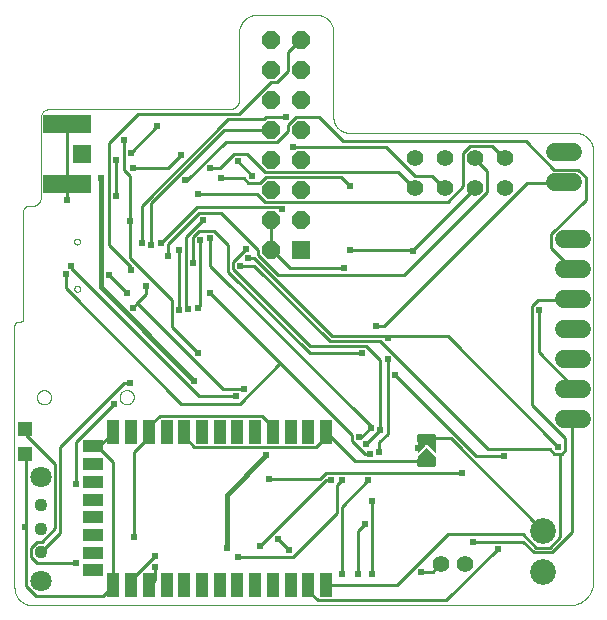
<source format=gbl>
G75*
%MOIN*%
%OFA0B0*%
%FSLAX25Y25*%
%IPPOS*%
%LPD*%
%AMOC8*
5,1,8,0,0,1.08239X$1,22.5*
%
%ADD10C,0.00000*%
%ADD11C,0.04362*%
%ADD12C,0.07087*%
%ADD13R,0.16000X0.06000*%
%ADD14R,0.06000X0.06000*%
%ADD15OC8,0.06000*%
%ADD16C,0.05600*%
%ADD17C,0.08600*%
%ADD18C,0.06000*%
%ADD19R,0.03937X0.07874*%
%ADD20R,0.07087X0.03937*%
%ADD21R,0.04724X0.04724*%
%ADD22C,0.01500*%
%ADD23C,0.00200*%
%ADD24C,0.01000*%
%ADD25C,0.02400*%
D10*
X0011250Y0006926D02*
X0011250Y0094284D01*
X0011252Y0094353D01*
X0011258Y0094422D01*
X0011267Y0094491D01*
X0011281Y0094559D01*
X0011298Y0094626D01*
X0011319Y0094692D01*
X0011344Y0094757D01*
X0011372Y0094820D01*
X0011404Y0094882D01*
X0011439Y0094942D01*
X0011478Y0094999D01*
X0011520Y0095055D01*
X0011564Y0095108D01*
X0011612Y0095158D01*
X0011662Y0095206D01*
X0011715Y0095250D01*
X0011771Y0095292D01*
X0011828Y0095331D01*
X0011888Y0095366D01*
X0011950Y0095398D01*
X0012013Y0095426D01*
X0012078Y0095451D01*
X0012144Y0095472D01*
X0012211Y0095489D01*
X0012279Y0095503D01*
X0012348Y0095512D01*
X0012417Y0095518D01*
X0012486Y0095520D01*
X0013194Y0095520D01*
X0013252Y0095522D01*
X0013310Y0095528D01*
X0013368Y0095537D01*
X0013425Y0095550D01*
X0013480Y0095567D01*
X0013535Y0095588D01*
X0013588Y0095612D01*
X0013640Y0095639D01*
X0013689Y0095670D01*
X0013736Y0095704D01*
X0013781Y0095741D01*
X0013824Y0095781D01*
X0013864Y0095824D01*
X0013901Y0095869D01*
X0013935Y0095916D01*
X0013966Y0095966D01*
X0013993Y0096017D01*
X0014017Y0096070D01*
X0014038Y0096125D01*
X0014055Y0096180D01*
X0014068Y0096237D01*
X0014077Y0096295D01*
X0014083Y0096353D01*
X0014085Y0096411D01*
X0014085Y0132185D01*
X0014087Y0132271D01*
X0014093Y0132357D01*
X0014102Y0132442D01*
X0014116Y0132527D01*
X0014133Y0132612D01*
X0014154Y0132695D01*
X0014179Y0132777D01*
X0014207Y0132859D01*
X0014239Y0132938D01*
X0014275Y0133017D01*
X0014314Y0133093D01*
X0014356Y0133168D01*
X0014402Y0133241D01*
X0014451Y0133312D01*
X0014503Y0133380D01*
X0014558Y0133446D01*
X0014616Y0133510D01*
X0014677Y0133571D01*
X0014741Y0133629D01*
X0014807Y0133684D01*
X0014875Y0133736D01*
X0014946Y0133785D01*
X0015019Y0133831D01*
X0015094Y0133873D01*
X0015170Y0133912D01*
X0015249Y0133948D01*
X0015328Y0133980D01*
X0015410Y0134008D01*
X0015492Y0134033D01*
X0015575Y0134054D01*
X0015660Y0134071D01*
X0015745Y0134085D01*
X0015830Y0134094D01*
X0015916Y0134100D01*
X0016002Y0134102D01*
X0016956Y0134102D01*
X0017066Y0134104D01*
X0017176Y0134110D01*
X0017285Y0134119D01*
X0017395Y0134133D01*
X0017503Y0134150D01*
X0017611Y0134171D01*
X0017719Y0134196D01*
X0017825Y0134224D01*
X0017930Y0134256D01*
X0018034Y0134292D01*
X0018137Y0134332D01*
X0018238Y0134375D01*
X0018338Y0134421D01*
X0018436Y0134471D01*
X0018532Y0134524D01*
X0018626Y0134581D01*
X0018719Y0134641D01*
X0018809Y0134704D01*
X0018897Y0134770D01*
X0018982Y0134839D01*
X0019065Y0134912D01*
X0019146Y0134987D01*
X0019223Y0135064D01*
X0019298Y0135145D01*
X0019371Y0135228D01*
X0019440Y0135313D01*
X0019506Y0135401D01*
X0019569Y0135491D01*
X0019629Y0135584D01*
X0019686Y0135678D01*
X0019739Y0135774D01*
X0019789Y0135872D01*
X0019835Y0135972D01*
X0019878Y0136073D01*
X0019918Y0136176D01*
X0019954Y0136280D01*
X0019986Y0136385D01*
X0020014Y0136491D01*
X0020039Y0136599D01*
X0020060Y0136707D01*
X0020077Y0136815D01*
X0020091Y0136925D01*
X0020100Y0137034D01*
X0020106Y0137144D01*
X0020108Y0137254D01*
X0020108Y0163755D01*
X0020110Y0163856D01*
X0020116Y0163957D01*
X0020126Y0164057D01*
X0020139Y0164157D01*
X0020157Y0164256D01*
X0020178Y0164355D01*
X0020203Y0164453D01*
X0020231Y0164549D01*
X0020264Y0164645D01*
X0020300Y0164739D01*
X0020339Y0164832D01*
X0020382Y0164923D01*
X0020429Y0165012D01*
X0020479Y0165100D01*
X0020532Y0165186D01*
X0020588Y0165269D01*
X0020648Y0165351D01*
X0020711Y0165429D01*
X0020776Y0165506D01*
X0020845Y0165580D01*
X0020916Y0165651D01*
X0020990Y0165720D01*
X0021067Y0165785D01*
X0021146Y0165848D01*
X0021227Y0165907D01*
X0021311Y0165964D01*
X0021397Y0166017D01*
X0021484Y0166067D01*
X0021574Y0166113D01*
X0021665Y0166156D01*
X0021758Y0166196D01*
X0021852Y0166231D01*
X0021948Y0166264D01*
X0022044Y0166292D01*
X0022142Y0166317D01*
X0022241Y0166338D01*
X0022340Y0166355D01*
X0022440Y0166369D01*
X0022540Y0166378D01*
X0022641Y0166384D01*
X0022742Y0166386D01*
X0082985Y0166386D01*
X0083095Y0166388D01*
X0083204Y0166394D01*
X0083313Y0166404D01*
X0083422Y0166417D01*
X0083530Y0166435D01*
X0083637Y0166456D01*
X0083744Y0166481D01*
X0083849Y0166510D01*
X0083954Y0166543D01*
X0084057Y0166579D01*
X0084159Y0166620D01*
X0084259Y0166663D01*
X0084358Y0166711D01*
X0084455Y0166761D01*
X0084551Y0166815D01*
X0084644Y0166873D01*
X0084735Y0166934D01*
X0084824Y0166998D01*
X0084910Y0167065D01*
X0084994Y0167135D01*
X0085076Y0167209D01*
X0085154Y0167285D01*
X0085230Y0167363D01*
X0085304Y0167445D01*
X0085374Y0167529D01*
X0085441Y0167615D01*
X0085505Y0167704D01*
X0085566Y0167795D01*
X0085624Y0167888D01*
X0085678Y0167984D01*
X0085728Y0168081D01*
X0085776Y0168180D01*
X0085819Y0168280D01*
X0085860Y0168382D01*
X0085896Y0168485D01*
X0085929Y0168590D01*
X0085958Y0168695D01*
X0085983Y0168802D01*
X0086004Y0168909D01*
X0086022Y0169017D01*
X0086035Y0169126D01*
X0086045Y0169235D01*
X0086051Y0169344D01*
X0086053Y0169454D01*
X0086053Y0191669D01*
X0086055Y0191824D01*
X0086061Y0191979D01*
X0086070Y0192133D01*
X0086084Y0192288D01*
X0086101Y0192442D01*
X0086122Y0192595D01*
X0086147Y0192748D01*
X0086176Y0192900D01*
X0086209Y0193052D01*
X0086245Y0193202D01*
X0086285Y0193352D01*
X0086329Y0193500D01*
X0086377Y0193648D01*
X0086428Y0193794D01*
X0086482Y0193939D01*
X0086541Y0194082D01*
X0086603Y0194224D01*
X0086668Y0194365D01*
X0086737Y0194503D01*
X0086810Y0194640D01*
X0086885Y0194775D01*
X0086965Y0194909D01*
X0087047Y0195040D01*
X0087133Y0195169D01*
X0087221Y0195296D01*
X0087313Y0195420D01*
X0087408Y0195543D01*
X0087507Y0195663D01*
X0087608Y0195780D01*
X0087712Y0195895D01*
X0087818Y0196007D01*
X0087928Y0196117D01*
X0088040Y0196223D01*
X0088155Y0196327D01*
X0088272Y0196428D01*
X0088392Y0196527D01*
X0088515Y0196622D01*
X0088639Y0196714D01*
X0088766Y0196802D01*
X0088895Y0196888D01*
X0089026Y0196970D01*
X0089159Y0197050D01*
X0089295Y0197125D01*
X0089432Y0197198D01*
X0089570Y0197267D01*
X0089711Y0197332D01*
X0089853Y0197394D01*
X0089996Y0197453D01*
X0090141Y0197507D01*
X0090287Y0197558D01*
X0090435Y0197606D01*
X0090583Y0197650D01*
X0090733Y0197690D01*
X0090883Y0197726D01*
X0091035Y0197759D01*
X0091187Y0197788D01*
X0091340Y0197813D01*
X0091493Y0197834D01*
X0091647Y0197851D01*
X0091802Y0197865D01*
X0091956Y0197874D01*
X0092111Y0197880D01*
X0092266Y0197882D01*
X0111769Y0197882D01*
X0111920Y0197880D01*
X0112072Y0197874D01*
X0112222Y0197864D01*
X0112373Y0197850D01*
X0112523Y0197833D01*
X0112673Y0197811D01*
X0112822Y0197785D01*
X0112971Y0197756D01*
X0113118Y0197722D01*
X0113265Y0197685D01*
X0113411Y0197644D01*
X0113555Y0197599D01*
X0113698Y0197550D01*
X0113840Y0197498D01*
X0113981Y0197442D01*
X0114120Y0197382D01*
X0114257Y0197319D01*
X0114393Y0197252D01*
X0114527Y0197182D01*
X0114659Y0197108D01*
X0114789Y0197030D01*
X0114917Y0196950D01*
X0115043Y0196865D01*
X0115166Y0196778D01*
X0115288Y0196688D01*
X0115406Y0196594D01*
X0115523Y0196497D01*
X0115637Y0196397D01*
X0115748Y0196295D01*
X0115856Y0196189D01*
X0115962Y0196081D01*
X0116064Y0195970D01*
X0116164Y0195856D01*
X0116261Y0195739D01*
X0116355Y0195621D01*
X0116445Y0195499D01*
X0116532Y0195376D01*
X0116617Y0195250D01*
X0116697Y0195122D01*
X0116775Y0194992D01*
X0116849Y0194860D01*
X0116919Y0194726D01*
X0116986Y0194590D01*
X0117049Y0194453D01*
X0117109Y0194314D01*
X0117165Y0194173D01*
X0117217Y0194031D01*
X0117266Y0193888D01*
X0117311Y0193744D01*
X0117352Y0193598D01*
X0117389Y0193451D01*
X0117423Y0193304D01*
X0117452Y0193155D01*
X0117478Y0193006D01*
X0117500Y0192856D01*
X0117517Y0192706D01*
X0117531Y0192555D01*
X0117541Y0192405D01*
X0117547Y0192253D01*
X0117549Y0192102D01*
X0117549Y0163780D01*
X0117551Y0163637D01*
X0117557Y0163495D01*
X0117566Y0163352D01*
X0117580Y0163210D01*
X0117597Y0163069D01*
X0117618Y0162928D01*
X0117643Y0162787D01*
X0117672Y0162647D01*
X0117705Y0162508D01*
X0117741Y0162370D01*
X0117781Y0162233D01*
X0117825Y0162098D01*
X0117872Y0161963D01*
X0117923Y0161830D01*
X0117978Y0161698D01*
X0118036Y0161568D01*
X0118098Y0161439D01*
X0118163Y0161312D01*
X0118231Y0161187D01*
X0118303Y0161064D01*
X0118378Y0160942D01*
X0118457Y0160823D01*
X0118539Y0160706D01*
X0118623Y0160591D01*
X0118711Y0160479D01*
X0118802Y0160369D01*
X0118896Y0160261D01*
X0118993Y0160157D01*
X0119092Y0160054D01*
X0119195Y0159955D01*
X0119299Y0159858D01*
X0119407Y0159764D01*
X0119517Y0159673D01*
X0119629Y0159585D01*
X0119744Y0159501D01*
X0119861Y0159419D01*
X0119980Y0159340D01*
X0120102Y0159265D01*
X0120225Y0159193D01*
X0120350Y0159125D01*
X0120477Y0159060D01*
X0120606Y0158998D01*
X0120736Y0158940D01*
X0120868Y0158885D01*
X0121001Y0158834D01*
X0121136Y0158787D01*
X0121271Y0158743D01*
X0121408Y0158703D01*
X0121546Y0158667D01*
X0121685Y0158634D01*
X0121825Y0158605D01*
X0121966Y0158580D01*
X0122107Y0158559D01*
X0122248Y0158542D01*
X0122390Y0158528D01*
X0122533Y0158519D01*
X0122675Y0158513D01*
X0122818Y0158511D01*
X0122818Y0158512D02*
X0198035Y0158512D01*
X0198190Y0158510D01*
X0198345Y0158504D01*
X0198500Y0158494D01*
X0198655Y0158481D01*
X0198809Y0158463D01*
X0198963Y0158441D01*
X0199116Y0158416D01*
X0199269Y0158387D01*
X0199420Y0158353D01*
X0199571Y0158316D01*
X0199721Y0158276D01*
X0199870Y0158231D01*
X0200017Y0158183D01*
X0200164Y0158130D01*
X0200309Y0158075D01*
X0200452Y0158015D01*
X0200594Y0157952D01*
X0200734Y0157886D01*
X0200873Y0157816D01*
X0201009Y0157742D01*
X0201144Y0157665D01*
X0201277Y0157584D01*
X0201408Y0157501D01*
X0201536Y0157413D01*
X0201663Y0157323D01*
X0201787Y0157230D01*
X0201908Y0157133D01*
X0202027Y0157033D01*
X0202144Y0156931D01*
X0202258Y0156825D01*
X0202369Y0156717D01*
X0202477Y0156606D01*
X0202583Y0156492D01*
X0202685Y0156375D01*
X0202785Y0156256D01*
X0202882Y0156135D01*
X0202975Y0156011D01*
X0203065Y0155884D01*
X0203153Y0155756D01*
X0203236Y0155625D01*
X0203317Y0155492D01*
X0203394Y0155357D01*
X0203468Y0155221D01*
X0203538Y0155082D01*
X0203604Y0154942D01*
X0203667Y0154800D01*
X0203727Y0154657D01*
X0203782Y0154512D01*
X0203835Y0154365D01*
X0203883Y0154218D01*
X0203928Y0154069D01*
X0203968Y0153919D01*
X0204005Y0153768D01*
X0204039Y0153617D01*
X0204068Y0153464D01*
X0204093Y0153311D01*
X0204115Y0153157D01*
X0204133Y0153003D01*
X0204146Y0152848D01*
X0204156Y0152693D01*
X0204162Y0152538D01*
X0204164Y0152383D01*
X0204163Y0152383D02*
X0204163Y0008939D01*
X0204161Y0008748D01*
X0204154Y0008557D01*
X0204142Y0008366D01*
X0204126Y0008176D01*
X0204105Y0007986D01*
X0204080Y0007797D01*
X0204050Y0007608D01*
X0204016Y0007420D01*
X0203977Y0007233D01*
X0203933Y0007047D01*
X0203885Y0006862D01*
X0203833Y0006678D01*
X0203776Y0006496D01*
X0203715Y0006315D01*
X0203649Y0006135D01*
X0203579Y0005957D01*
X0203505Y0005781D01*
X0203427Y0005607D01*
X0203344Y0005435D01*
X0203257Y0005264D01*
X0203166Y0005096D01*
X0203072Y0004930D01*
X0202973Y0004767D01*
X0202870Y0004606D01*
X0202763Y0004447D01*
X0202653Y0004291D01*
X0202539Y0004138D01*
X0202421Y0003988D01*
X0202299Y0003840D01*
X0202174Y0003696D01*
X0202046Y0003554D01*
X0201914Y0003416D01*
X0201779Y0003281D01*
X0201641Y0003149D01*
X0201499Y0003021D01*
X0201355Y0002896D01*
X0201207Y0002774D01*
X0201057Y0002656D01*
X0200904Y0002542D01*
X0200748Y0002432D01*
X0200589Y0002325D01*
X0200428Y0002222D01*
X0200265Y0002123D01*
X0200099Y0002029D01*
X0199931Y0001938D01*
X0199760Y0001851D01*
X0199588Y0001768D01*
X0199414Y0001690D01*
X0199238Y0001616D01*
X0199060Y0001546D01*
X0198880Y0001480D01*
X0198699Y0001419D01*
X0198517Y0001362D01*
X0198333Y0001310D01*
X0198148Y0001262D01*
X0197962Y0001218D01*
X0197775Y0001179D01*
X0197587Y0001145D01*
X0197398Y0001115D01*
X0197209Y0001090D01*
X0197019Y0001069D01*
X0196829Y0001053D01*
X0196638Y0001041D01*
X0196447Y0001034D01*
X0196256Y0001032D01*
X0196256Y0001031D02*
X0017145Y0001031D01*
X0016993Y0001033D01*
X0016842Y0001039D01*
X0016690Y0001049D01*
X0016539Y0001062D01*
X0016388Y0001080D01*
X0016238Y0001101D01*
X0016088Y0001127D01*
X0015939Y0001156D01*
X0015791Y0001189D01*
X0015644Y0001225D01*
X0015497Y0001266D01*
X0015352Y0001310D01*
X0015208Y0001358D01*
X0015066Y0001410D01*
X0014924Y0001465D01*
X0014784Y0001524D01*
X0014646Y0001587D01*
X0014509Y0001653D01*
X0014374Y0001723D01*
X0014241Y0001796D01*
X0014110Y0001872D01*
X0013981Y0001952D01*
X0013854Y0002035D01*
X0013729Y0002121D01*
X0013607Y0002211D01*
X0013487Y0002304D01*
X0013369Y0002399D01*
X0013253Y0002498D01*
X0013141Y0002600D01*
X0013031Y0002704D01*
X0012923Y0002812D01*
X0012819Y0002922D01*
X0012717Y0003034D01*
X0012618Y0003150D01*
X0012523Y0003268D01*
X0012430Y0003388D01*
X0012340Y0003510D01*
X0012254Y0003635D01*
X0012171Y0003762D01*
X0012091Y0003891D01*
X0012015Y0004022D01*
X0011942Y0004155D01*
X0011872Y0004290D01*
X0011806Y0004427D01*
X0011743Y0004565D01*
X0011684Y0004705D01*
X0011629Y0004847D01*
X0011577Y0004989D01*
X0011529Y0005133D01*
X0011485Y0005278D01*
X0011444Y0005425D01*
X0011408Y0005572D01*
X0011375Y0005720D01*
X0011346Y0005869D01*
X0011320Y0006019D01*
X0011299Y0006169D01*
X0011281Y0006320D01*
X0011268Y0006471D01*
X0011258Y0006623D01*
X0011252Y0006774D01*
X0011250Y0006926D01*
X0018731Y0070362D02*
X0018733Y0070459D01*
X0018739Y0070556D01*
X0018749Y0070652D01*
X0018763Y0070748D01*
X0018781Y0070844D01*
X0018802Y0070938D01*
X0018828Y0071032D01*
X0018857Y0071124D01*
X0018891Y0071215D01*
X0018927Y0071305D01*
X0018968Y0071393D01*
X0019012Y0071479D01*
X0019060Y0071564D01*
X0019111Y0071646D01*
X0019165Y0071727D01*
X0019223Y0071805D01*
X0019284Y0071880D01*
X0019347Y0071953D01*
X0019414Y0072024D01*
X0019484Y0072091D01*
X0019556Y0072156D01*
X0019631Y0072217D01*
X0019709Y0072276D01*
X0019788Y0072331D01*
X0019870Y0072383D01*
X0019954Y0072431D01*
X0020040Y0072476D01*
X0020128Y0072518D01*
X0020217Y0072556D01*
X0020308Y0072590D01*
X0020400Y0072620D01*
X0020493Y0072647D01*
X0020588Y0072669D01*
X0020683Y0072688D01*
X0020779Y0072703D01*
X0020875Y0072714D01*
X0020972Y0072721D01*
X0021069Y0072724D01*
X0021166Y0072723D01*
X0021263Y0072718D01*
X0021359Y0072709D01*
X0021455Y0072696D01*
X0021551Y0072679D01*
X0021646Y0072658D01*
X0021739Y0072634D01*
X0021832Y0072605D01*
X0021924Y0072573D01*
X0022014Y0072537D01*
X0022102Y0072498D01*
X0022189Y0072454D01*
X0022274Y0072408D01*
X0022357Y0072357D01*
X0022438Y0072304D01*
X0022516Y0072247D01*
X0022593Y0072187D01*
X0022666Y0072124D01*
X0022737Y0072058D01*
X0022805Y0071989D01*
X0022871Y0071917D01*
X0022933Y0071843D01*
X0022992Y0071766D01*
X0023048Y0071687D01*
X0023101Y0071605D01*
X0023151Y0071522D01*
X0023196Y0071436D01*
X0023239Y0071349D01*
X0023278Y0071260D01*
X0023313Y0071170D01*
X0023344Y0071078D01*
X0023371Y0070985D01*
X0023395Y0070891D01*
X0023415Y0070796D01*
X0023431Y0070700D01*
X0023443Y0070604D01*
X0023451Y0070507D01*
X0023455Y0070410D01*
X0023455Y0070314D01*
X0023451Y0070217D01*
X0023443Y0070120D01*
X0023431Y0070024D01*
X0023415Y0069928D01*
X0023395Y0069833D01*
X0023371Y0069739D01*
X0023344Y0069646D01*
X0023313Y0069554D01*
X0023278Y0069464D01*
X0023239Y0069375D01*
X0023196Y0069288D01*
X0023151Y0069202D01*
X0023101Y0069119D01*
X0023048Y0069037D01*
X0022992Y0068958D01*
X0022933Y0068881D01*
X0022871Y0068807D01*
X0022805Y0068735D01*
X0022737Y0068666D01*
X0022666Y0068600D01*
X0022593Y0068537D01*
X0022516Y0068477D01*
X0022438Y0068420D01*
X0022357Y0068367D01*
X0022274Y0068316D01*
X0022189Y0068270D01*
X0022102Y0068226D01*
X0022014Y0068187D01*
X0021924Y0068151D01*
X0021832Y0068119D01*
X0021739Y0068090D01*
X0021646Y0068066D01*
X0021551Y0068045D01*
X0021455Y0068028D01*
X0021359Y0068015D01*
X0021263Y0068006D01*
X0021166Y0068001D01*
X0021069Y0068000D01*
X0020972Y0068003D01*
X0020875Y0068010D01*
X0020779Y0068021D01*
X0020683Y0068036D01*
X0020588Y0068055D01*
X0020493Y0068077D01*
X0020400Y0068104D01*
X0020308Y0068134D01*
X0020217Y0068168D01*
X0020128Y0068206D01*
X0020040Y0068248D01*
X0019954Y0068293D01*
X0019870Y0068341D01*
X0019788Y0068393D01*
X0019709Y0068448D01*
X0019631Y0068507D01*
X0019556Y0068568D01*
X0019484Y0068633D01*
X0019414Y0068700D01*
X0019347Y0068771D01*
X0019284Y0068844D01*
X0019223Y0068919D01*
X0019165Y0068997D01*
X0019111Y0069078D01*
X0019060Y0069160D01*
X0019012Y0069245D01*
X0018968Y0069331D01*
X0018927Y0069419D01*
X0018891Y0069509D01*
X0018857Y0069600D01*
X0018828Y0069692D01*
X0018802Y0069786D01*
X0018781Y0069880D01*
X0018763Y0069976D01*
X0018749Y0070072D01*
X0018739Y0070168D01*
X0018733Y0070265D01*
X0018731Y0070362D01*
X0046290Y0070362D02*
X0046292Y0070459D01*
X0046298Y0070556D01*
X0046308Y0070652D01*
X0046322Y0070748D01*
X0046340Y0070844D01*
X0046361Y0070938D01*
X0046387Y0071032D01*
X0046416Y0071124D01*
X0046450Y0071215D01*
X0046486Y0071305D01*
X0046527Y0071393D01*
X0046571Y0071479D01*
X0046619Y0071564D01*
X0046670Y0071646D01*
X0046724Y0071727D01*
X0046782Y0071805D01*
X0046843Y0071880D01*
X0046906Y0071953D01*
X0046973Y0072024D01*
X0047043Y0072091D01*
X0047115Y0072156D01*
X0047190Y0072217D01*
X0047268Y0072276D01*
X0047347Y0072331D01*
X0047429Y0072383D01*
X0047513Y0072431D01*
X0047599Y0072476D01*
X0047687Y0072518D01*
X0047776Y0072556D01*
X0047867Y0072590D01*
X0047959Y0072620D01*
X0048052Y0072647D01*
X0048147Y0072669D01*
X0048242Y0072688D01*
X0048338Y0072703D01*
X0048434Y0072714D01*
X0048531Y0072721D01*
X0048628Y0072724D01*
X0048725Y0072723D01*
X0048822Y0072718D01*
X0048918Y0072709D01*
X0049014Y0072696D01*
X0049110Y0072679D01*
X0049205Y0072658D01*
X0049298Y0072634D01*
X0049391Y0072605D01*
X0049483Y0072573D01*
X0049573Y0072537D01*
X0049661Y0072498D01*
X0049748Y0072454D01*
X0049833Y0072408D01*
X0049916Y0072357D01*
X0049997Y0072304D01*
X0050075Y0072247D01*
X0050152Y0072187D01*
X0050225Y0072124D01*
X0050296Y0072058D01*
X0050364Y0071989D01*
X0050430Y0071917D01*
X0050492Y0071843D01*
X0050551Y0071766D01*
X0050607Y0071687D01*
X0050660Y0071605D01*
X0050710Y0071522D01*
X0050755Y0071436D01*
X0050798Y0071349D01*
X0050837Y0071260D01*
X0050872Y0071170D01*
X0050903Y0071078D01*
X0050930Y0070985D01*
X0050954Y0070891D01*
X0050974Y0070796D01*
X0050990Y0070700D01*
X0051002Y0070604D01*
X0051010Y0070507D01*
X0051014Y0070410D01*
X0051014Y0070314D01*
X0051010Y0070217D01*
X0051002Y0070120D01*
X0050990Y0070024D01*
X0050974Y0069928D01*
X0050954Y0069833D01*
X0050930Y0069739D01*
X0050903Y0069646D01*
X0050872Y0069554D01*
X0050837Y0069464D01*
X0050798Y0069375D01*
X0050755Y0069288D01*
X0050710Y0069202D01*
X0050660Y0069119D01*
X0050607Y0069037D01*
X0050551Y0068958D01*
X0050492Y0068881D01*
X0050430Y0068807D01*
X0050364Y0068735D01*
X0050296Y0068666D01*
X0050225Y0068600D01*
X0050152Y0068537D01*
X0050075Y0068477D01*
X0049997Y0068420D01*
X0049916Y0068367D01*
X0049833Y0068316D01*
X0049748Y0068270D01*
X0049661Y0068226D01*
X0049573Y0068187D01*
X0049483Y0068151D01*
X0049391Y0068119D01*
X0049298Y0068090D01*
X0049205Y0068066D01*
X0049110Y0068045D01*
X0049014Y0068028D01*
X0048918Y0068015D01*
X0048822Y0068006D01*
X0048725Y0068001D01*
X0048628Y0068000D01*
X0048531Y0068003D01*
X0048434Y0068010D01*
X0048338Y0068021D01*
X0048242Y0068036D01*
X0048147Y0068055D01*
X0048052Y0068077D01*
X0047959Y0068104D01*
X0047867Y0068134D01*
X0047776Y0068168D01*
X0047687Y0068206D01*
X0047599Y0068248D01*
X0047513Y0068293D01*
X0047429Y0068341D01*
X0047347Y0068393D01*
X0047268Y0068448D01*
X0047190Y0068507D01*
X0047115Y0068568D01*
X0047043Y0068633D01*
X0046973Y0068700D01*
X0046906Y0068771D01*
X0046843Y0068844D01*
X0046782Y0068919D01*
X0046724Y0068997D01*
X0046670Y0069078D01*
X0046619Y0069160D01*
X0046571Y0069245D01*
X0046527Y0069331D01*
X0046486Y0069419D01*
X0046450Y0069509D01*
X0046416Y0069600D01*
X0046387Y0069692D01*
X0046361Y0069786D01*
X0046340Y0069880D01*
X0046322Y0069976D01*
X0046308Y0070072D01*
X0046298Y0070168D01*
X0046292Y0070265D01*
X0046290Y0070362D01*
X0031172Y0106504D02*
X0031174Y0106566D01*
X0031180Y0106629D01*
X0031190Y0106690D01*
X0031204Y0106751D01*
X0031221Y0106811D01*
X0031242Y0106870D01*
X0031268Y0106927D01*
X0031296Y0106982D01*
X0031328Y0107036D01*
X0031364Y0107087D01*
X0031402Y0107137D01*
X0031444Y0107183D01*
X0031488Y0107227D01*
X0031536Y0107268D01*
X0031585Y0107306D01*
X0031637Y0107340D01*
X0031691Y0107371D01*
X0031747Y0107399D01*
X0031805Y0107423D01*
X0031864Y0107444D01*
X0031924Y0107460D01*
X0031985Y0107473D01*
X0032047Y0107482D01*
X0032109Y0107487D01*
X0032172Y0107488D01*
X0032234Y0107485D01*
X0032296Y0107478D01*
X0032358Y0107467D01*
X0032418Y0107452D01*
X0032478Y0107434D01*
X0032536Y0107412D01*
X0032593Y0107386D01*
X0032648Y0107356D01*
X0032701Y0107323D01*
X0032752Y0107287D01*
X0032800Y0107248D01*
X0032846Y0107205D01*
X0032889Y0107160D01*
X0032929Y0107112D01*
X0032966Y0107062D01*
X0033000Y0107009D01*
X0033031Y0106955D01*
X0033057Y0106899D01*
X0033081Y0106841D01*
X0033100Y0106781D01*
X0033116Y0106721D01*
X0033128Y0106659D01*
X0033136Y0106598D01*
X0033140Y0106535D01*
X0033140Y0106473D01*
X0033136Y0106410D01*
X0033128Y0106349D01*
X0033116Y0106287D01*
X0033100Y0106227D01*
X0033081Y0106167D01*
X0033057Y0106109D01*
X0033031Y0106053D01*
X0033000Y0105999D01*
X0032966Y0105946D01*
X0032929Y0105896D01*
X0032889Y0105848D01*
X0032846Y0105803D01*
X0032800Y0105760D01*
X0032752Y0105721D01*
X0032701Y0105685D01*
X0032648Y0105652D01*
X0032593Y0105622D01*
X0032536Y0105596D01*
X0032478Y0105574D01*
X0032418Y0105556D01*
X0032358Y0105541D01*
X0032296Y0105530D01*
X0032234Y0105523D01*
X0032172Y0105520D01*
X0032109Y0105521D01*
X0032047Y0105526D01*
X0031985Y0105535D01*
X0031924Y0105548D01*
X0031864Y0105564D01*
X0031805Y0105585D01*
X0031747Y0105609D01*
X0031691Y0105637D01*
X0031637Y0105668D01*
X0031585Y0105702D01*
X0031536Y0105740D01*
X0031488Y0105781D01*
X0031444Y0105825D01*
X0031402Y0105871D01*
X0031364Y0105921D01*
X0031328Y0105972D01*
X0031296Y0106026D01*
X0031268Y0106081D01*
X0031242Y0106138D01*
X0031221Y0106197D01*
X0031204Y0106257D01*
X0031190Y0106318D01*
X0031180Y0106379D01*
X0031174Y0106442D01*
X0031172Y0106504D01*
X0031172Y0122252D02*
X0031174Y0122314D01*
X0031180Y0122377D01*
X0031190Y0122438D01*
X0031204Y0122499D01*
X0031221Y0122559D01*
X0031242Y0122618D01*
X0031268Y0122675D01*
X0031296Y0122730D01*
X0031328Y0122784D01*
X0031364Y0122835D01*
X0031402Y0122885D01*
X0031444Y0122931D01*
X0031488Y0122975D01*
X0031536Y0123016D01*
X0031585Y0123054D01*
X0031637Y0123088D01*
X0031691Y0123119D01*
X0031747Y0123147D01*
X0031805Y0123171D01*
X0031864Y0123192D01*
X0031924Y0123208D01*
X0031985Y0123221D01*
X0032047Y0123230D01*
X0032109Y0123235D01*
X0032172Y0123236D01*
X0032234Y0123233D01*
X0032296Y0123226D01*
X0032358Y0123215D01*
X0032418Y0123200D01*
X0032478Y0123182D01*
X0032536Y0123160D01*
X0032593Y0123134D01*
X0032648Y0123104D01*
X0032701Y0123071D01*
X0032752Y0123035D01*
X0032800Y0122996D01*
X0032846Y0122953D01*
X0032889Y0122908D01*
X0032929Y0122860D01*
X0032966Y0122810D01*
X0033000Y0122757D01*
X0033031Y0122703D01*
X0033057Y0122647D01*
X0033081Y0122589D01*
X0033100Y0122529D01*
X0033116Y0122469D01*
X0033128Y0122407D01*
X0033136Y0122346D01*
X0033140Y0122283D01*
X0033140Y0122221D01*
X0033136Y0122158D01*
X0033128Y0122097D01*
X0033116Y0122035D01*
X0033100Y0121975D01*
X0033081Y0121915D01*
X0033057Y0121857D01*
X0033031Y0121801D01*
X0033000Y0121747D01*
X0032966Y0121694D01*
X0032929Y0121644D01*
X0032889Y0121596D01*
X0032846Y0121551D01*
X0032800Y0121508D01*
X0032752Y0121469D01*
X0032701Y0121433D01*
X0032648Y0121400D01*
X0032593Y0121370D01*
X0032536Y0121344D01*
X0032478Y0121322D01*
X0032418Y0121304D01*
X0032358Y0121289D01*
X0032296Y0121278D01*
X0032234Y0121271D01*
X0032172Y0121268D01*
X0032109Y0121269D01*
X0032047Y0121274D01*
X0031985Y0121283D01*
X0031924Y0121296D01*
X0031864Y0121312D01*
X0031805Y0121333D01*
X0031747Y0121357D01*
X0031691Y0121385D01*
X0031637Y0121416D01*
X0031585Y0121450D01*
X0031536Y0121488D01*
X0031488Y0121529D01*
X0031444Y0121573D01*
X0031402Y0121619D01*
X0031364Y0121669D01*
X0031328Y0121720D01*
X0031296Y0121774D01*
X0031268Y0121829D01*
X0031242Y0121886D01*
X0031221Y0121945D01*
X0031204Y0122005D01*
X0031190Y0122066D01*
X0031180Y0122127D01*
X0031174Y0122190D01*
X0031172Y0122252D01*
D11*
X0020148Y0034457D03*
X0020148Y0026583D03*
X0020148Y0018709D03*
D12*
X0020148Y0009260D03*
X0020148Y0043906D03*
D13*
X0028612Y0141307D03*
X0028612Y0161307D03*
D14*
X0033612Y0151307D03*
X0106801Y0119575D03*
D15*
X0096801Y0119575D03*
X0096801Y0129575D03*
X0106801Y0129575D03*
X0106801Y0139575D03*
X0096801Y0139575D03*
X0096801Y0149575D03*
X0106801Y0149575D03*
X0106801Y0159575D03*
X0096801Y0159575D03*
X0096801Y0169575D03*
X0106801Y0169575D03*
X0106801Y0179575D03*
X0096801Y0179575D03*
X0096801Y0189575D03*
X0106801Y0189575D03*
D16*
X0144754Y0150205D03*
X0154754Y0150205D03*
X0164754Y0150205D03*
X0174754Y0150205D03*
X0174754Y0140205D03*
X0164754Y0140205D03*
X0154754Y0140205D03*
X0144754Y0140205D03*
X0153573Y0014732D03*
X0161447Y0014732D03*
D17*
X0187510Y0012094D03*
X0187510Y0025874D03*
D18*
X0194549Y0062961D02*
X0200549Y0062961D01*
X0200549Y0072961D02*
X0194549Y0072961D01*
X0194549Y0082961D02*
X0200549Y0082961D01*
X0200549Y0092961D02*
X0194549Y0092961D01*
X0194549Y0102961D02*
X0200549Y0102961D01*
X0200549Y0112961D02*
X0194549Y0112961D01*
X0194549Y0122961D02*
X0200549Y0122961D01*
X0197400Y0142094D02*
X0191400Y0142094D01*
X0191400Y0152094D02*
X0197400Y0152094D01*
D19*
X0115108Y0058906D03*
X0109203Y0058906D03*
X0103297Y0058906D03*
X0097392Y0058906D03*
X0091486Y0058906D03*
X0085581Y0058906D03*
X0079675Y0058906D03*
X0073770Y0058906D03*
X0067864Y0058906D03*
X0061959Y0058906D03*
X0056053Y0058906D03*
X0050148Y0058906D03*
X0044242Y0058906D03*
X0044242Y0007724D03*
X0050148Y0007724D03*
X0056053Y0007724D03*
X0061959Y0007724D03*
X0067864Y0007724D03*
X0073770Y0007724D03*
X0079675Y0007724D03*
X0085581Y0007724D03*
X0091486Y0007724D03*
X0097392Y0007724D03*
X0103297Y0007724D03*
X0109203Y0007724D03*
X0115108Y0007724D03*
D20*
X0037352Y0012646D03*
X0037352Y0018551D03*
X0037352Y0024457D03*
X0037352Y0030362D03*
X0037352Y0036268D03*
X0037352Y0042173D03*
X0037352Y0048079D03*
X0037352Y0053984D03*
D21*
X0014872Y0051543D03*
X0014872Y0059811D03*
D22*
X0040050Y0107031D02*
X0071250Y0075831D01*
X0095250Y0051031D02*
X0082050Y0037831D01*
X0082050Y0020231D01*
X0150744Y0047974D02*
X0150744Y0049474D01*
X0150744Y0047974D02*
X0146244Y0047974D01*
X0146244Y0049474D01*
X0150744Y0049474D01*
X0150744Y0049473D02*
X0146244Y0049473D01*
X0150744Y0055974D02*
X0150744Y0057474D01*
X0150744Y0055974D02*
X0146244Y0055974D01*
X0146244Y0057474D01*
X0150744Y0057474D01*
X0150744Y0057473D02*
X0146244Y0057473D01*
X0040050Y0107031D02*
X0040050Y0143431D01*
D23*
X0145594Y0057224D02*
X0151394Y0057224D01*
X0151394Y0052224D01*
X0148494Y0055024D01*
X0145594Y0052224D01*
X0145594Y0057224D01*
X0145594Y0057210D02*
X0151394Y0057210D01*
X0151394Y0057012D02*
X0145594Y0057012D01*
X0145594Y0056813D02*
X0151394Y0056813D01*
X0151394Y0056615D02*
X0145594Y0056615D01*
X0145594Y0056416D02*
X0151394Y0056416D01*
X0151394Y0056218D02*
X0145594Y0056218D01*
X0145594Y0056019D02*
X0151394Y0056019D01*
X0151394Y0055821D02*
X0145594Y0055821D01*
X0145594Y0055622D02*
X0151394Y0055622D01*
X0151394Y0055424D02*
X0145594Y0055424D01*
X0145594Y0055225D02*
X0151394Y0055225D01*
X0151394Y0055027D02*
X0145594Y0055027D01*
X0145594Y0054828D02*
X0148291Y0054828D01*
X0148085Y0054630D02*
X0145594Y0054630D01*
X0145594Y0054431D02*
X0147880Y0054431D01*
X0147674Y0054233D02*
X0145594Y0054233D01*
X0145594Y0054034D02*
X0147468Y0054034D01*
X0147263Y0053836D02*
X0145594Y0053836D01*
X0145594Y0053637D02*
X0147057Y0053637D01*
X0146852Y0053438D02*
X0145594Y0053438D01*
X0145594Y0053240D02*
X0146646Y0053240D01*
X0146440Y0053041D02*
X0145594Y0053041D01*
X0145594Y0052843D02*
X0146235Y0052843D01*
X0146029Y0052644D02*
X0145594Y0052644D01*
X0145594Y0052446D02*
X0145824Y0052446D01*
X0145618Y0052247D02*
X0145594Y0052247D01*
X0146573Y0051453D02*
X0150415Y0051453D01*
X0150614Y0051255D02*
X0146375Y0051255D01*
X0146176Y0051056D02*
X0150812Y0051056D01*
X0151011Y0050858D02*
X0145978Y0050858D01*
X0145779Y0050659D02*
X0151209Y0050659D01*
X0151394Y0050474D02*
X0148494Y0053374D01*
X0145594Y0050474D01*
X0145594Y0048224D01*
X0151394Y0048224D01*
X0151394Y0050474D01*
X0151394Y0050461D02*
X0145594Y0050461D01*
X0145594Y0050262D02*
X0151394Y0050262D01*
X0151394Y0050064D02*
X0145594Y0050064D01*
X0145594Y0049865D02*
X0151394Y0049865D01*
X0151394Y0049667D02*
X0145594Y0049667D01*
X0145594Y0049468D02*
X0151394Y0049468D01*
X0151394Y0049270D02*
X0145594Y0049270D01*
X0145594Y0049071D02*
X0151394Y0049071D01*
X0151394Y0048873D02*
X0145594Y0048873D01*
X0145594Y0048674D02*
X0151394Y0048674D01*
X0151394Y0048476D02*
X0145594Y0048476D01*
X0145594Y0048277D02*
X0151394Y0048277D01*
X0150217Y0051652D02*
X0146772Y0051652D01*
X0146970Y0051850D02*
X0150018Y0051850D01*
X0149820Y0052049D02*
X0147169Y0052049D01*
X0147367Y0052247D02*
X0149621Y0052247D01*
X0149423Y0052446D02*
X0147566Y0052446D01*
X0147764Y0052644D02*
X0149224Y0052644D01*
X0149026Y0052843D02*
X0147963Y0052843D01*
X0148161Y0053041D02*
X0148827Y0053041D01*
X0148629Y0053240D02*
X0148360Y0053240D01*
X0149314Y0054233D02*
X0151394Y0054233D01*
X0151394Y0054431D02*
X0149109Y0054431D01*
X0148903Y0054630D02*
X0151394Y0054630D01*
X0151394Y0054828D02*
X0148697Y0054828D01*
X0149520Y0054034D02*
X0151394Y0054034D01*
X0151394Y0053836D02*
X0149725Y0053836D01*
X0149931Y0053637D02*
X0151394Y0053637D01*
X0151394Y0053438D02*
X0150137Y0053438D01*
X0150342Y0053240D02*
X0151394Y0053240D01*
X0151394Y0053041D02*
X0150548Y0053041D01*
X0150753Y0052843D02*
X0151394Y0052843D01*
X0151394Y0052644D02*
X0150959Y0052644D01*
X0151165Y0052446D02*
X0151394Y0052446D01*
X0151394Y0052247D02*
X0151370Y0052247D01*
D24*
X0148450Y0049031D02*
X0148494Y0048724D01*
X0148450Y0049031D02*
X0124850Y0049031D01*
X0115250Y0058631D01*
X0115108Y0058906D01*
X0115650Y0057831D01*
X0111650Y0053831D01*
X0071250Y0053831D01*
X0068050Y0057031D01*
X0068050Y0058631D01*
X0067864Y0058906D01*
X0059650Y0064231D02*
X0056450Y0061031D01*
X0056450Y0059031D01*
X0056053Y0058906D01*
X0056050Y0058631D01*
X0056050Y0057031D01*
X0051250Y0052231D01*
X0051250Y0023831D01*
X0058050Y0017431D02*
X0050450Y0009831D01*
X0050450Y0007831D01*
X0050148Y0007724D01*
X0044242Y0007724D02*
X0044050Y0007831D01*
X0044050Y0048631D01*
X0039650Y0053031D01*
X0039650Y0053831D01*
X0037352Y0053984D01*
X0037650Y0054231D01*
X0039650Y0054231D01*
X0044050Y0058631D01*
X0044242Y0058906D01*
X0044450Y0068231D02*
X0031650Y0055431D01*
X0031650Y0041431D01*
X0024850Y0048231D02*
X0024850Y0026631D01*
X0020450Y0022231D01*
X0018850Y0022231D01*
X0016850Y0020231D01*
X0016850Y0017031D01*
X0018850Y0015031D01*
X0031650Y0015031D01*
X0026450Y0025031D02*
X0020450Y0019031D01*
X0020148Y0018709D01*
X0026450Y0025031D02*
X0026450Y0053831D01*
X0047650Y0075031D01*
X0049650Y0075031D01*
X0059650Y0064231D02*
X0093650Y0064231D01*
X0097250Y0060631D01*
X0097250Y0059031D01*
X0097392Y0058906D01*
X0086450Y0068231D02*
X0099850Y0081631D01*
X0076450Y0105031D01*
X0073250Y0101031D02*
X0072450Y0100231D01*
X0073250Y0101031D02*
X0073250Y0122631D01*
X0070850Y0123831D02*
X0072850Y0125831D01*
X0077650Y0125831D01*
X0082450Y0121031D01*
X0082450Y0112231D01*
X0109650Y0085031D01*
X0127250Y0085031D01*
X0128450Y0087431D02*
X0133250Y0082631D01*
X0133250Y0059431D01*
X0128450Y0054631D01*
X0126850Y0057031D02*
X0130050Y0060231D01*
X0130050Y0060631D01*
X0076450Y0114231D01*
X0076450Y0123431D01*
X0070850Y0123831D02*
X0070850Y0115031D01*
X0066050Y0119431D02*
X0066050Y0099431D01*
X0068450Y0100631D02*
X0069250Y0099831D01*
X0068450Y0100631D02*
X0068450Y0123831D01*
X0074050Y0129431D01*
X0072850Y0131831D02*
X0080050Y0131831D01*
X0092450Y0119431D01*
X0092450Y0117831D01*
X0099250Y0111031D01*
X0141250Y0111031D01*
X0168850Y0138631D01*
X0168850Y0145831D01*
X0164850Y0149831D01*
X0164754Y0150205D01*
X0160850Y0151831D02*
X0163250Y0154231D01*
X0170450Y0154231D01*
X0174450Y0150231D01*
X0174754Y0150205D01*
X0181650Y0155831D02*
X0191250Y0146231D01*
X0199250Y0146231D01*
X0201650Y0143831D01*
X0201650Y0136231D01*
X0190050Y0124631D01*
X0190050Y0120231D01*
X0197250Y0113031D01*
X0197549Y0112961D01*
X0197549Y0102961D02*
X0197250Y0102631D01*
X0185650Y0102631D01*
X0183650Y0100631D01*
X0183650Y0067831D01*
X0194850Y0056631D01*
X0194850Y0052631D01*
X0193650Y0051431D01*
X0193250Y0051431D01*
X0193250Y0023831D01*
X0189650Y0020231D01*
X0185250Y0020231D01*
X0180850Y0024631D01*
X0155650Y0024631D01*
X0138850Y0007831D01*
X0115250Y0007831D01*
X0115108Y0007724D01*
X0112450Y0002631D02*
X0155250Y0002631D01*
X0172450Y0019831D01*
X0180850Y0022231D02*
X0184450Y0018631D01*
X0190450Y0018631D01*
X0197250Y0025431D01*
X0197250Y0062631D01*
X0197549Y0062961D01*
X0192450Y0053831D02*
X0155650Y0090631D01*
X0135650Y0090631D01*
X0135650Y0090231D01*
X0135650Y0090631D02*
X0117250Y0090631D01*
X0091250Y0116631D01*
X0089250Y0116631D01*
X0091250Y0114231D02*
X0086450Y0114231D01*
X0084050Y0113031D02*
X0109650Y0087431D01*
X0128450Y0087431D01*
X0133250Y0089031D02*
X0169250Y0053031D01*
X0189650Y0053031D01*
X0191250Y0051431D01*
X0193250Y0051431D01*
X0174450Y0050631D02*
X0165250Y0050631D01*
X0138050Y0077831D01*
X0135650Y0083031D02*
X0135650Y0058231D01*
X0132850Y0055431D01*
X0132850Y0052231D01*
X0129650Y0051431D02*
X0128050Y0051431D01*
X0123650Y0055831D01*
X0123650Y0057831D01*
X0099850Y0081631D01*
X0087650Y0073031D02*
X0080850Y0073031D01*
X0052250Y0101631D01*
X0055250Y0104631D01*
X0055250Y0107431D01*
X0052250Y0101631D02*
X0050850Y0100231D01*
X0048850Y0105031D02*
X0042850Y0111031D01*
X0050050Y0112631D02*
X0050050Y0113831D01*
X0042850Y0121031D01*
X0042850Y0155031D01*
X0052450Y0164631D01*
X0086050Y0164631D01*
X0096850Y0175431D01*
X0098850Y0175431D01*
X0102450Y0179031D01*
X0102450Y0185431D01*
X0106450Y0189431D01*
X0106801Y0189575D01*
X0105250Y0163831D02*
X0112850Y0163831D01*
X0120850Y0155831D01*
X0181650Y0155831D01*
X0182050Y0141831D02*
X0134450Y0094231D01*
X0131650Y0094231D01*
X0133250Y0089031D02*
X0116450Y0089031D01*
X0091250Y0114231D01*
X0088450Y0119831D02*
X0084050Y0115431D01*
X0084050Y0113031D01*
X0096801Y0119575D02*
X0097250Y0119431D01*
X0103250Y0113431D01*
X0121250Y0113431D01*
X0123250Y0119431D02*
X0144050Y0119431D01*
X0144050Y0119031D01*
X0144050Y0119431D02*
X0164450Y0139831D01*
X0164754Y0140205D01*
X0160850Y0140631D02*
X0160850Y0151831D01*
X0150450Y0144231D02*
X0154450Y0140231D01*
X0154754Y0140205D01*
X0155650Y0135431D02*
X0160850Y0140631D01*
X0155650Y0135431D02*
X0094850Y0135431D01*
X0092050Y0138231D01*
X0072450Y0138231D01*
X0072050Y0133831D02*
X0099650Y0133831D01*
X0100450Y0133031D01*
X0096801Y0129575D02*
X0096850Y0129431D01*
X0096850Y0119831D01*
X0096801Y0119575D01*
X0072850Y0131831D02*
X0062450Y0121431D01*
X0062450Y0117431D01*
X0060050Y0121831D02*
X0072050Y0133831D01*
X0068850Y0142631D02*
X0081650Y0155431D01*
X0098850Y0155431D01*
X0102450Y0159031D01*
X0102450Y0161031D01*
X0105250Y0163831D01*
X0101650Y0163831D02*
X0095250Y0163831D01*
X0094450Y0163031D01*
X0082450Y0163031D01*
X0053650Y0134231D01*
X0053650Y0121831D01*
X0056850Y0121031D02*
X0056850Y0135031D01*
X0081250Y0159431D01*
X0096450Y0159431D01*
X0096801Y0159575D01*
X0104050Y0153831D02*
X0135250Y0153831D01*
X0144850Y0144231D01*
X0150450Y0144231D01*
X0144754Y0140205D02*
X0144450Y0140231D01*
X0139250Y0145431D01*
X0094850Y0145431D01*
X0088850Y0151431D01*
X0084450Y0151431D01*
X0079650Y0146631D01*
X0076450Y0146631D01*
X0080050Y0143431D02*
X0087650Y0143431D01*
X0089250Y0141831D01*
X0093250Y0141831D01*
X0095250Y0143831D01*
X0120050Y0143831D01*
X0123250Y0140631D01*
X0090450Y0144231D02*
X0085650Y0149031D01*
X0068850Y0142631D02*
X0068050Y0142631D01*
X0062450Y0146631D02*
X0066850Y0151031D01*
X0062450Y0146631D02*
X0050850Y0146631D01*
X0049650Y0144231D02*
X0047650Y0146231D01*
X0047650Y0156231D01*
X0050050Y0151831D02*
X0058850Y0160631D01*
X0045250Y0149431D02*
X0045250Y0137431D01*
X0049650Y0144231D02*
X0049650Y0129031D01*
X0049650Y0116631D01*
X0063650Y0102631D01*
X0063650Y0093831D01*
X0072450Y0085031D01*
X0072850Y0070631D02*
X0085250Y0070631D01*
X0086450Y0068231D02*
X0066850Y0068231D01*
X0028450Y0106631D01*
X0028450Y0111431D01*
X0030050Y0113431D02*
X0072850Y0070631D01*
X0096050Y0043031D02*
X0113250Y0043031D01*
X0115250Y0045031D01*
X0160450Y0045031D01*
X0156850Y0056631D02*
X0148850Y0056631D01*
X0148494Y0056724D01*
X0148450Y0056231D01*
X0145650Y0053431D01*
X0156850Y0056631D02*
X0187250Y0026231D01*
X0187510Y0025874D01*
X0180850Y0022231D02*
X0164050Y0022231D01*
X0153573Y0014732D02*
X0153250Y0014631D01*
X0150850Y0012231D01*
X0146850Y0012231D01*
X0130450Y0011431D02*
X0130450Y0035831D01*
X0129250Y0042631D02*
X0120450Y0033831D01*
X0120450Y0011431D01*
X0125650Y0011431D02*
X0125650Y0025831D01*
X0128050Y0028231D01*
X0118850Y0031831D02*
X0118850Y0041031D01*
X0120450Y0042631D01*
X0116850Y0042631D02*
X0115250Y0042631D01*
X0093250Y0020631D01*
X0099250Y0023031D02*
X0102850Y0019431D01*
X0104050Y0017031D02*
X0118850Y0031831D01*
X0104050Y0017031D02*
X0085650Y0017031D01*
X0109203Y0007724D02*
X0109250Y0007431D01*
X0109250Y0005831D01*
X0112450Y0002631D01*
X0058050Y0009431D02*
X0056450Y0007831D01*
X0056053Y0007724D01*
X0058050Y0009431D02*
X0058050Y0013831D01*
X0044242Y0007724D02*
X0044050Y0007431D01*
X0040850Y0004231D01*
X0018450Y0004231D01*
X0015250Y0007431D01*
X0015250Y0027031D01*
X0014850Y0027031D01*
X0015250Y0027031D02*
X0015250Y0051431D01*
X0014872Y0051543D01*
X0015250Y0057831D02*
X0024850Y0048231D01*
X0015250Y0057831D02*
X0015250Y0059431D01*
X0014872Y0059811D01*
X0030050Y0113431D02*
X0030050Y0114231D01*
X0028850Y0136231D02*
X0028850Y0141031D01*
X0028612Y0141307D01*
X0028850Y0141431D01*
X0028850Y0161031D01*
X0028612Y0161307D01*
X0126050Y0057031D02*
X0126850Y0057031D01*
X0186050Y0085431D02*
X0186050Y0099431D01*
X0186050Y0085431D02*
X0197250Y0074231D01*
X0197250Y0073031D01*
X0197549Y0072961D01*
X0194050Y0141831D02*
X0182050Y0141831D01*
X0194050Y0141831D02*
X0194400Y0142094D01*
D25*
X0144050Y0119031D03*
X0123250Y0119431D03*
X0121250Y0113431D03*
X0100450Y0133031D03*
X0090450Y0144231D03*
X0085650Y0149031D03*
X0080050Y0143431D03*
X0076450Y0146631D03*
X0068050Y0142631D03*
X0072450Y0138231D03*
X0074050Y0129431D03*
X0076450Y0123431D03*
X0073250Y0122631D03*
X0066050Y0119431D03*
X0062450Y0117431D03*
X0060050Y0121831D03*
X0056850Y0121031D03*
X0053650Y0121831D03*
X0049650Y0129031D03*
X0045250Y0137431D03*
X0040050Y0143431D03*
X0045250Y0149431D03*
X0050050Y0151831D03*
X0047650Y0156231D03*
X0050850Y0146631D03*
X0066850Y0151031D03*
X0058850Y0160631D03*
X0028850Y0136231D03*
X0030050Y0114231D03*
X0028450Y0111431D03*
X0042850Y0111031D03*
X0050050Y0112631D03*
X0055250Y0107431D03*
X0048850Y0105031D03*
X0050850Y0100231D03*
X0066050Y0099431D03*
X0069250Y0099831D03*
X0072450Y0100231D03*
X0076450Y0105031D03*
X0070850Y0115031D03*
X0086450Y0114231D03*
X0089250Y0116631D03*
X0088450Y0119831D03*
X0123250Y0140631D03*
X0104050Y0153831D03*
X0101650Y0163831D03*
X0131650Y0094231D03*
X0135650Y0090231D03*
X0127250Y0085031D03*
X0135650Y0083031D03*
X0138050Y0077831D03*
X0130050Y0060231D03*
X0133250Y0059431D03*
X0128450Y0054631D03*
X0126050Y0057031D03*
X0129650Y0051431D03*
X0132850Y0052231D03*
X0129250Y0042631D03*
X0130450Y0035831D03*
X0128050Y0028231D03*
X0120450Y0042631D03*
X0116850Y0042631D03*
X0096050Y0043031D03*
X0095250Y0051031D03*
X0085250Y0070631D03*
X0087650Y0073031D03*
X0072450Y0085031D03*
X0071250Y0075831D03*
X0049650Y0075031D03*
X0044450Y0068231D03*
X0031650Y0041431D03*
X0014850Y0027031D03*
X0031650Y0015031D03*
X0051250Y0023831D03*
X0058050Y0017431D03*
X0058050Y0013831D03*
X0082050Y0020231D03*
X0085650Y0017031D03*
X0093250Y0020631D03*
X0099250Y0023031D03*
X0102850Y0019431D03*
X0120450Y0011431D03*
X0125650Y0011431D03*
X0130450Y0011431D03*
X0146850Y0012231D03*
X0164050Y0022231D03*
X0172450Y0019831D03*
X0160450Y0045031D03*
X0174450Y0050631D03*
X0192450Y0053831D03*
X0145650Y0053431D03*
X0186050Y0099431D03*
M02*

</source>
